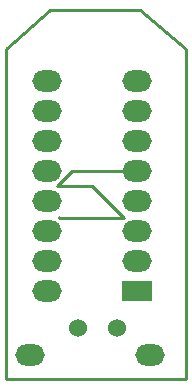
<source format=gbl>
%FSLAX25Y25*%
%MOIN*%
G70*
G01*
G75*
G04 Layer_Physical_Order=2*
G04 Layer_Color=16711680*
%ADD10C,0.01000*%
%ADD11R,0.09843X0.07087*%
%ADD12O,0.09843X0.07087*%
%ADD13C,0.06000*%
D10*
X388505Y351005D02*
X388755Y350755D01*
X410245D01*
X399500Y361500D02*
X410245Y350755D01*
X388010Y361500D02*
X399500D01*
X388010D02*
X388255Y361745D01*
X393010Y366500D01*
X414500D01*
X415500Y420000D02*
X431000Y407000D01*
X371000D02*
X385500Y420000D01*
X371000Y297000D02*
X431000D01*
Y407000D01*
X371000Y297000D02*
Y407000D01*
X385500Y420000D02*
X415500D01*
D11*
X414500Y326500D02*
D03*
D12*
Y336500D02*
D03*
Y346500D02*
D03*
Y356500D02*
D03*
Y366500D02*
D03*
Y376500D02*
D03*
Y386500D02*
D03*
Y396500D02*
D03*
X384500Y326500D02*
D03*
Y336500D02*
D03*
Y346500D02*
D03*
Y356500D02*
D03*
Y366500D02*
D03*
Y376500D02*
D03*
Y386500D02*
D03*
Y396500D02*
D03*
X419000Y305000D02*
D03*
X379000D02*
D03*
D13*
X408000Y314000D02*
D03*
X395000D02*
D03*
M02*

</source>
